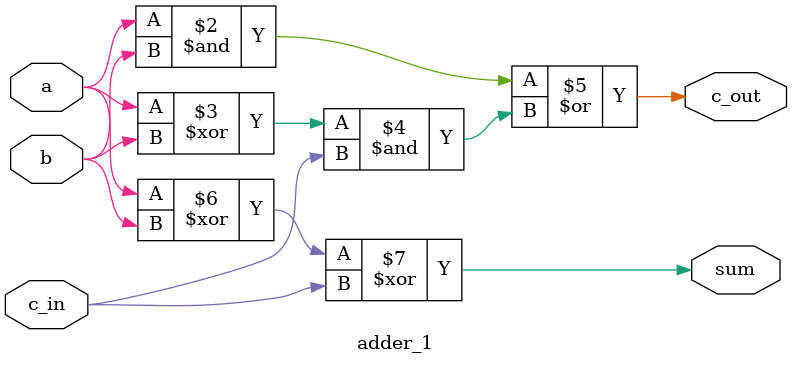
<source format=sv>
/*
  a 1 bit addder that we can daisy chain for 
  ripple carry adders
*/

module adder_1(a, b, c_in, sum, c_out);

input wire a, b, c_in;
output logic sum, c_out;

always_comb begin : adder_gates
  // Setting outputs to x is a great way to debug unimplemented logic (it shows up red in gtkwave).
  c_out = (a & b) | ((a ^ b) & c_in);
  sum = (a ^ b) ^ c_in;
end

endmodule

</source>
